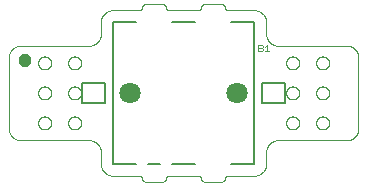
<source format=gto>
G75*
%MOIN*%
%OFA0B0*%
%FSLAX25Y25*%
%IPPOS*%
%LPD*%
%AMOC8*
5,1,8,0,0,1.08239X$1,22.5*
%
%ADD10C,0.00000*%
%ADD11C,0.03200*%
%ADD12C,0.07087*%
%ADD13C,0.00500*%
%ADD14C,0.00200*%
D10*
X0045791Y0032012D02*
X0045915Y0032010D01*
X0046038Y0032004D01*
X0046162Y0031995D01*
X0046284Y0031981D01*
X0046407Y0031964D01*
X0046529Y0031942D01*
X0046650Y0031917D01*
X0046770Y0031888D01*
X0046889Y0031856D01*
X0047008Y0031819D01*
X0047125Y0031779D01*
X0047240Y0031736D01*
X0047355Y0031688D01*
X0047467Y0031637D01*
X0047578Y0031583D01*
X0047688Y0031525D01*
X0047795Y0031464D01*
X0047901Y0031399D01*
X0048004Y0031331D01*
X0048105Y0031260D01*
X0048204Y0031186D01*
X0048301Y0031109D01*
X0048395Y0031028D01*
X0048486Y0030945D01*
X0048575Y0030859D01*
X0048661Y0030770D01*
X0048744Y0030679D01*
X0048825Y0030585D01*
X0048902Y0030488D01*
X0048976Y0030389D01*
X0049047Y0030288D01*
X0049115Y0030185D01*
X0049180Y0030079D01*
X0049241Y0029972D01*
X0049299Y0029862D01*
X0049353Y0029751D01*
X0049404Y0029639D01*
X0049452Y0029524D01*
X0049495Y0029409D01*
X0049535Y0029292D01*
X0049572Y0029173D01*
X0049604Y0029054D01*
X0049633Y0028934D01*
X0049658Y0028813D01*
X0049680Y0028691D01*
X0049697Y0028568D01*
X0049711Y0028446D01*
X0049720Y0028322D01*
X0049726Y0028199D01*
X0049728Y0028075D01*
X0049728Y0024138D01*
X0049730Y0024014D01*
X0049736Y0023891D01*
X0049745Y0023767D01*
X0049759Y0023645D01*
X0049776Y0023522D01*
X0049798Y0023400D01*
X0049823Y0023279D01*
X0049852Y0023159D01*
X0049884Y0023040D01*
X0049921Y0022921D01*
X0049961Y0022804D01*
X0050004Y0022689D01*
X0050052Y0022574D01*
X0050103Y0022462D01*
X0050157Y0022351D01*
X0050215Y0022241D01*
X0050276Y0022134D01*
X0050341Y0022028D01*
X0050409Y0021925D01*
X0050480Y0021824D01*
X0050554Y0021725D01*
X0050631Y0021628D01*
X0050712Y0021534D01*
X0050795Y0021443D01*
X0050881Y0021354D01*
X0050970Y0021268D01*
X0051061Y0021185D01*
X0051155Y0021104D01*
X0051252Y0021027D01*
X0051351Y0020953D01*
X0051452Y0020882D01*
X0051555Y0020814D01*
X0051661Y0020749D01*
X0051768Y0020688D01*
X0051878Y0020630D01*
X0051989Y0020576D01*
X0052101Y0020525D01*
X0052216Y0020477D01*
X0052331Y0020434D01*
X0052448Y0020394D01*
X0052567Y0020357D01*
X0052686Y0020325D01*
X0052806Y0020296D01*
X0052927Y0020271D01*
X0053049Y0020249D01*
X0053172Y0020232D01*
X0053294Y0020218D01*
X0053418Y0020209D01*
X0053541Y0020203D01*
X0053665Y0020201D01*
X0062524Y0020201D01*
X0062586Y0020199D01*
X0062647Y0020193D01*
X0062708Y0020184D01*
X0062769Y0020170D01*
X0062828Y0020153D01*
X0062886Y0020132D01*
X0062943Y0020107D01*
X0062998Y0020079D01*
X0063051Y0020048D01*
X0063102Y0020013D01*
X0063151Y0019975D01*
X0063198Y0019934D01*
X0063241Y0019891D01*
X0063282Y0019844D01*
X0063320Y0019795D01*
X0063355Y0019744D01*
X0063386Y0019691D01*
X0063414Y0019636D01*
X0063439Y0019579D01*
X0063460Y0019521D01*
X0063477Y0019462D01*
X0063491Y0019401D01*
X0063500Y0019340D01*
X0063506Y0019279D01*
X0063508Y0019217D01*
X0063510Y0019155D01*
X0063516Y0019094D01*
X0063525Y0019033D01*
X0063539Y0018972D01*
X0063556Y0018913D01*
X0063577Y0018855D01*
X0063602Y0018798D01*
X0063630Y0018743D01*
X0063661Y0018690D01*
X0063696Y0018639D01*
X0063734Y0018590D01*
X0063775Y0018543D01*
X0063818Y0018500D01*
X0063865Y0018459D01*
X0063914Y0018421D01*
X0063965Y0018386D01*
X0064018Y0018355D01*
X0064073Y0018327D01*
X0064130Y0018302D01*
X0064188Y0018281D01*
X0064247Y0018264D01*
X0064308Y0018250D01*
X0064369Y0018241D01*
X0064430Y0018235D01*
X0064492Y0018233D01*
X0064492Y0018232D02*
X0070398Y0018232D01*
X0070398Y0018233D02*
X0070460Y0018235D01*
X0070521Y0018241D01*
X0070582Y0018250D01*
X0070643Y0018264D01*
X0070702Y0018281D01*
X0070760Y0018302D01*
X0070817Y0018327D01*
X0070872Y0018355D01*
X0070925Y0018386D01*
X0070976Y0018421D01*
X0071025Y0018459D01*
X0071072Y0018500D01*
X0071115Y0018543D01*
X0071156Y0018590D01*
X0071194Y0018639D01*
X0071229Y0018690D01*
X0071260Y0018743D01*
X0071288Y0018798D01*
X0071313Y0018855D01*
X0071334Y0018913D01*
X0071351Y0018972D01*
X0071365Y0019033D01*
X0071374Y0019094D01*
X0071380Y0019155D01*
X0071382Y0019217D01*
X0071384Y0019279D01*
X0071390Y0019340D01*
X0071399Y0019401D01*
X0071413Y0019462D01*
X0071430Y0019521D01*
X0071451Y0019579D01*
X0071476Y0019636D01*
X0071504Y0019691D01*
X0071535Y0019744D01*
X0071570Y0019795D01*
X0071608Y0019844D01*
X0071649Y0019891D01*
X0071692Y0019934D01*
X0071739Y0019975D01*
X0071788Y0020013D01*
X0071839Y0020048D01*
X0071892Y0020079D01*
X0071947Y0020107D01*
X0072004Y0020132D01*
X0072062Y0020153D01*
X0072121Y0020170D01*
X0072182Y0020184D01*
X0072243Y0020193D01*
X0072304Y0020199D01*
X0072366Y0020201D01*
X0082209Y0020201D01*
X0082271Y0020199D01*
X0082332Y0020193D01*
X0082393Y0020184D01*
X0082454Y0020170D01*
X0082513Y0020153D01*
X0082571Y0020132D01*
X0082628Y0020107D01*
X0082683Y0020079D01*
X0082736Y0020048D01*
X0082787Y0020013D01*
X0082836Y0019975D01*
X0082883Y0019934D01*
X0082926Y0019891D01*
X0082967Y0019844D01*
X0083005Y0019795D01*
X0083040Y0019744D01*
X0083071Y0019691D01*
X0083099Y0019636D01*
X0083124Y0019579D01*
X0083145Y0019521D01*
X0083162Y0019462D01*
X0083176Y0019401D01*
X0083185Y0019340D01*
X0083191Y0019279D01*
X0083193Y0019217D01*
X0083195Y0019155D01*
X0083201Y0019094D01*
X0083210Y0019033D01*
X0083224Y0018972D01*
X0083241Y0018913D01*
X0083262Y0018855D01*
X0083287Y0018798D01*
X0083315Y0018743D01*
X0083346Y0018690D01*
X0083381Y0018639D01*
X0083419Y0018590D01*
X0083460Y0018543D01*
X0083503Y0018500D01*
X0083550Y0018459D01*
X0083599Y0018421D01*
X0083650Y0018386D01*
X0083703Y0018355D01*
X0083758Y0018327D01*
X0083815Y0018302D01*
X0083873Y0018281D01*
X0083932Y0018264D01*
X0083993Y0018250D01*
X0084054Y0018241D01*
X0084115Y0018235D01*
X0084177Y0018233D01*
X0084177Y0018232D02*
X0090083Y0018232D01*
X0090083Y0018233D02*
X0090145Y0018235D01*
X0090206Y0018241D01*
X0090267Y0018250D01*
X0090328Y0018264D01*
X0090387Y0018281D01*
X0090445Y0018302D01*
X0090502Y0018327D01*
X0090557Y0018355D01*
X0090610Y0018386D01*
X0090661Y0018421D01*
X0090710Y0018459D01*
X0090757Y0018500D01*
X0090800Y0018543D01*
X0090841Y0018590D01*
X0090879Y0018639D01*
X0090914Y0018690D01*
X0090945Y0018743D01*
X0090973Y0018798D01*
X0090998Y0018855D01*
X0091019Y0018913D01*
X0091036Y0018972D01*
X0091050Y0019033D01*
X0091059Y0019094D01*
X0091065Y0019155D01*
X0091067Y0019217D01*
X0091069Y0019279D01*
X0091075Y0019340D01*
X0091084Y0019401D01*
X0091098Y0019462D01*
X0091115Y0019521D01*
X0091136Y0019579D01*
X0091161Y0019636D01*
X0091189Y0019691D01*
X0091220Y0019744D01*
X0091255Y0019795D01*
X0091293Y0019844D01*
X0091334Y0019891D01*
X0091377Y0019934D01*
X0091424Y0019975D01*
X0091473Y0020013D01*
X0091524Y0020048D01*
X0091577Y0020079D01*
X0091632Y0020107D01*
X0091689Y0020132D01*
X0091747Y0020153D01*
X0091806Y0020170D01*
X0091867Y0020184D01*
X0091928Y0020193D01*
X0091989Y0020199D01*
X0092051Y0020201D01*
X0100909Y0020201D01*
X0101033Y0020203D01*
X0101156Y0020209D01*
X0101280Y0020218D01*
X0101402Y0020232D01*
X0101525Y0020249D01*
X0101647Y0020271D01*
X0101768Y0020296D01*
X0101888Y0020325D01*
X0102007Y0020357D01*
X0102126Y0020394D01*
X0102243Y0020434D01*
X0102358Y0020477D01*
X0102473Y0020525D01*
X0102585Y0020576D01*
X0102696Y0020630D01*
X0102806Y0020688D01*
X0102913Y0020749D01*
X0103019Y0020814D01*
X0103122Y0020882D01*
X0103223Y0020953D01*
X0103322Y0021027D01*
X0103419Y0021104D01*
X0103513Y0021185D01*
X0103604Y0021268D01*
X0103693Y0021354D01*
X0103779Y0021443D01*
X0103862Y0021534D01*
X0103943Y0021628D01*
X0104020Y0021725D01*
X0104094Y0021824D01*
X0104165Y0021925D01*
X0104233Y0022028D01*
X0104298Y0022134D01*
X0104359Y0022241D01*
X0104417Y0022351D01*
X0104471Y0022462D01*
X0104522Y0022574D01*
X0104570Y0022689D01*
X0104613Y0022804D01*
X0104653Y0022921D01*
X0104690Y0023040D01*
X0104722Y0023159D01*
X0104751Y0023279D01*
X0104776Y0023400D01*
X0104798Y0023522D01*
X0104815Y0023645D01*
X0104829Y0023767D01*
X0104838Y0023891D01*
X0104844Y0024014D01*
X0104846Y0024138D01*
X0104846Y0028075D01*
X0104848Y0028199D01*
X0104854Y0028322D01*
X0104863Y0028446D01*
X0104877Y0028568D01*
X0104894Y0028691D01*
X0104916Y0028813D01*
X0104941Y0028934D01*
X0104970Y0029054D01*
X0105002Y0029173D01*
X0105039Y0029292D01*
X0105079Y0029409D01*
X0105122Y0029524D01*
X0105170Y0029639D01*
X0105221Y0029751D01*
X0105275Y0029862D01*
X0105333Y0029972D01*
X0105394Y0030079D01*
X0105459Y0030185D01*
X0105527Y0030288D01*
X0105598Y0030389D01*
X0105672Y0030488D01*
X0105749Y0030585D01*
X0105830Y0030679D01*
X0105913Y0030770D01*
X0105999Y0030859D01*
X0106088Y0030945D01*
X0106179Y0031028D01*
X0106273Y0031109D01*
X0106370Y0031186D01*
X0106469Y0031260D01*
X0106570Y0031331D01*
X0106673Y0031399D01*
X0106779Y0031464D01*
X0106886Y0031525D01*
X0106996Y0031583D01*
X0107107Y0031637D01*
X0107219Y0031688D01*
X0107334Y0031736D01*
X0107449Y0031779D01*
X0107566Y0031819D01*
X0107685Y0031856D01*
X0107804Y0031888D01*
X0107924Y0031917D01*
X0108045Y0031942D01*
X0108167Y0031964D01*
X0108290Y0031981D01*
X0108412Y0031995D01*
X0108536Y0032004D01*
X0108659Y0032010D01*
X0108783Y0032012D01*
X0131618Y0032012D01*
X0131742Y0032014D01*
X0131865Y0032020D01*
X0131989Y0032029D01*
X0132111Y0032043D01*
X0132234Y0032060D01*
X0132356Y0032082D01*
X0132477Y0032107D01*
X0132597Y0032136D01*
X0132716Y0032168D01*
X0132835Y0032205D01*
X0132952Y0032245D01*
X0133067Y0032288D01*
X0133182Y0032336D01*
X0133294Y0032387D01*
X0133405Y0032441D01*
X0133515Y0032499D01*
X0133622Y0032560D01*
X0133728Y0032625D01*
X0133831Y0032693D01*
X0133932Y0032764D01*
X0134031Y0032838D01*
X0134128Y0032915D01*
X0134222Y0032996D01*
X0134313Y0033079D01*
X0134402Y0033165D01*
X0134488Y0033254D01*
X0134571Y0033345D01*
X0134652Y0033439D01*
X0134729Y0033536D01*
X0134803Y0033635D01*
X0134874Y0033736D01*
X0134942Y0033839D01*
X0135007Y0033945D01*
X0135068Y0034052D01*
X0135126Y0034162D01*
X0135180Y0034273D01*
X0135231Y0034385D01*
X0135279Y0034500D01*
X0135322Y0034615D01*
X0135362Y0034732D01*
X0135399Y0034851D01*
X0135431Y0034970D01*
X0135460Y0035090D01*
X0135485Y0035211D01*
X0135507Y0035333D01*
X0135524Y0035456D01*
X0135538Y0035578D01*
X0135547Y0035702D01*
X0135553Y0035825D01*
X0135555Y0035949D01*
X0135555Y0059571D01*
X0135553Y0059695D01*
X0135547Y0059818D01*
X0135538Y0059942D01*
X0135524Y0060064D01*
X0135507Y0060187D01*
X0135485Y0060309D01*
X0135460Y0060430D01*
X0135431Y0060550D01*
X0135399Y0060669D01*
X0135362Y0060788D01*
X0135322Y0060905D01*
X0135279Y0061020D01*
X0135231Y0061135D01*
X0135180Y0061247D01*
X0135126Y0061358D01*
X0135068Y0061468D01*
X0135007Y0061575D01*
X0134942Y0061681D01*
X0134874Y0061784D01*
X0134803Y0061885D01*
X0134729Y0061984D01*
X0134652Y0062081D01*
X0134571Y0062175D01*
X0134488Y0062266D01*
X0134402Y0062355D01*
X0134313Y0062441D01*
X0134222Y0062524D01*
X0134128Y0062605D01*
X0134031Y0062682D01*
X0133932Y0062756D01*
X0133831Y0062827D01*
X0133728Y0062895D01*
X0133622Y0062960D01*
X0133515Y0063021D01*
X0133405Y0063079D01*
X0133294Y0063133D01*
X0133182Y0063184D01*
X0133067Y0063232D01*
X0132952Y0063275D01*
X0132835Y0063315D01*
X0132716Y0063352D01*
X0132597Y0063384D01*
X0132477Y0063413D01*
X0132356Y0063438D01*
X0132234Y0063460D01*
X0132111Y0063477D01*
X0131989Y0063491D01*
X0131865Y0063500D01*
X0131742Y0063506D01*
X0131618Y0063508D01*
X0108783Y0063508D01*
X0108659Y0063510D01*
X0108536Y0063516D01*
X0108412Y0063525D01*
X0108290Y0063539D01*
X0108167Y0063556D01*
X0108045Y0063578D01*
X0107924Y0063603D01*
X0107804Y0063632D01*
X0107685Y0063664D01*
X0107566Y0063701D01*
X0107449Y0063741D01*
X0107334Y0063784D01*
X0107219Y0063832D01*
X0107107Y0063883D01*
X0106996Y0063937D01*
X0106886Y0063995D01*
X0106779Y0064056D01*
X0106673Y0064121D01*
X0106570Y0064189D01*
X0106469Y0064260D01*
X0106370Y0064334D01*
X0106273Y0064411D01*
X0106179Y0064492D01*
X0106088Y0064575D01*
X0105999Y0064661D01*
X0105913Y0064750D01*
X0105830Y0064841D01*
X0105749Y0064935D01*
X0105672Y0065032D01*
X0105598Y0065131D01*
X0105527Y0065232D01*
X0105459Y0065335D01*
X0105394Y0065441D01*
X0105333Y0065548D01*
X0105275Y0065658D01*
X0105221Y0065769D01*
X0105170Y0065881D01*
X0105122Y0065996D01*
X0105079Y0066111D01*
X0105039Y0066228D01*
X0105002Y0066347D01*
X0104970Y0066466D01*
X0104941Y0066586D01*
X0104916Y0066707D01*
X0104894Y0066829D01*
X0104877Y0066952D01*
X0104863Y0067074D01*
X0104854Y0067198D01*
X0104848Y0067321D01*
X0104846Y0067445D01*
X0104846Y0071382D01*
X0104844Y0071506D01*
X0104838Y0071629D01*
X0104829Y0071753D01*
X0104815Y0071875D01*
X0104798Y0071998D01*
X0104776Y0072120D01*
X0104751Y0072241D01*
X0104722Y0072361D01*
X0104690Y0072480D01*
X0104653Y0072599D01*
X0104613Y0072716D01*
X0104570Y0072831D01*
X0104522Y0072946D01*
X0104471Y0073058D01*
X0104417Y0073169D01*
X0104359Y0073279D01*
X0104298Y0073386D01*
X0104233Y0073492D01*
X0104165Y0073595D01*
X0104094Y0073696D01*
X0104020Y0073795D01*
X0103943Y0073892D01*
X0103862Y0073986D01*
X0103779Y0074077D01*
X0103693Y0074166D01*
X0103604Y0074252D01*
X0103513Y0074335D01*
X0103419Y0074416D01*
X0103322Y0074493D01*
X0103223Y0074567D01*
X0103122Y0074638D01*
X0103019Y0074706D01*
X0102913Y0074771D01*
X0102806Y0074832D01*
X0102696Y0074890D01*
X0102585Y0074944D01*
X0102473Y0074995D01*
X0102358Y0075043D01*
X0102243Y0075086D01*
X0102126Y0075126D01*
X0102007Y0075163D01*
X0101888Y0075195D01*
X0101768Y0075224D01*
X0101647Y0075249D01*
X0101525Y0075271D01*
X0101402Y0075288D01*
X0101280Y0075302D01*
X0101156Y0075311D01*
X0101033Y0075317D01*
X0100909Y0075319D01*
X0092051Y0075319D01*
X0091989Y0075321D01*
X0091928Y0075327D01*
X0091867Y0075336D01*
X0091806Y0075350D01*
X0091747Y0075367D01*
X0091689Y0075388D01*
X0091632Y0075413D01*
X0091577Y0075441D01*
X0091524Y0075472D01*
X0091473Y0075507D01*
X0091424Y0075545D01*
X0091377Y0075586D01*
X0091334Y0075629D01*
X0091293Y0075676D01*
X0091255Y0075725D01*
X0091220Y0075776D01*
X0091189Y0075829D01*
X0091161Y0075884D01*
X0091136Y0075941D01*
X0091115Y0075999D01*
X0091098Y0076058D01*
X0091084Y0076119D01*
X0091075Y0076180D01*
X0091069Y0076241D01*
X0091067Y0076303D01*
X0091065Y0076365D01*
X0091059Y0076426D01*
X0091050Y0076487D01*
X0091036Y0076548D01*
X0091019Y0076607D01*
X0090998Y0076665D01*
X0090973Y0076722D01*
X0090945Y0076777D01*
X0090914Y0076830D01*
X0090879Y0076881D01*
X0090841Y0076930D01*
X0090800Y0076977D01*
X0090757Y0077020D01*
X0090710Y0077061D01*
X0090661Y0077099D01*
X0090610Y0077134D01*
X0090557Y0077165D01*
X0090502Y0077193D01*
X0090445Y0077218D01*
X0090387Y0077239D01*
X0090328Y0077256D01*
X0090267Y0077270D01*
X0090206Y0077279D01*
X0090145Y0077285D01*
X0090083Y0077287D01*
X0084177Y0077287D01*
X0084115Y0077285D01*
X0084054Y0077279D01*
X0083993Y0077270D01*
X0083932Y0077256D01*
X0083873Y0077239D01*
X0083815Y0077218D01*
X0083758Y0077193D01*
X0083703Y0077165D01*
X0083650Y0077134D01*
X0083599Y0077099D01*
X0083550Y0077061D01*
X0083503Y0077020D01*
X0083460Y0076977D01*
X0083419Y0076930D01*
X0083381Y0076881D01*
X0083346Y0076830D01*
X0083315Y0076777D01*
X0083287Y0076722D01*
X0083262Y0076665D01*
X0083241Y0076607D01*
X0083224Y0076548D01*
X0083210Y0076487D01*
X0083201Y0076426D01*
X0083195Y0076365D01*
X0083193Y0076303D01*
X0083191Y0076241D01*
X0083185Y0076180D01*
X0083176Y0076119D01*
X0083162Y0076058D01*
X0083145Y0075999D01*
X0083124Y0075941D01*
X0083099Y0075884D01*
X0083071Y0075829D01*
X0083040Y0075776D01*
X0083005Y0075725D01*
X0082967Y0075676D01*
X0082926Y0075629D01*
X0082883Y0075586D01*
X0082836Y0075545D01*
X0082787Y0075507D01*
X0082736Y0075472D01*
X0082683Y0075441D01*
X0082628Y0075413D01*
X0082571Y0075388D01*
X0082513Y0075367D01*
X0082454Y0075350D01*
X0082393Y0075336D01*
X0082332Y0075327D01*
X0082271Y0075321D01*
X0082209Y0075319D01*
X0072366Y0075319D01*
X0072304Y0075321D01*
X0072243Y0075327D01*
X0072182Y0075336D01*
X0072121Y0075350D01*
X0072062Y0075367D01*
X0072004Y0075388D01*
X0071947Y0075413D01*
X0071892Y0075441D01*
X0071839Y0075472D01*
X0071788Y0075507D01*
X0071739Y0075545D01*
X0071692Y0075586D01*
X0071649Y0075629D01*
X0071608Y0075676D01*
X0071570Y0075725D01*
X0071535Y0075776D01*
X0071504Y0075829D01*
X0071476Y0075884D01*
X0071451Y0075941D01*
X0071430Y0075999D01*
X0071413Y0076058D01*
X0071399Y0076119D01*
X0071390Y0076180D01*
X0071384Y0076241D01*
X0071382Y0076303D01*
X0071380Y0076365D01*
X0071374Y0076426D01*
X0071365Y0076487D01*
X0071351Y0076548D01*
X0071334Y0076607D01*
X0071313Y0076665D01*
X0071288Y0076722D01*
X0071260Y0076777D01*
X0071229Y0076830D01*
X0071194Y0076881D01*
X0071156Y0076930D01*
X0071115Y0076977D01*
X0071072Y0077020D01*
X0071025Y0077061D01*
X0070976Y0077099D01*
X0070925Y0077134D01*
X0070872Y0077165D01*
X0070817Y0077193D01*
X0070760Y0077218D01*
X0070702Y0077239D01*
X0070643Y0077256D01*
X0070582Y0077270D01*
X0070521Y0077279D01*
X0070460Y0077285D01*
X0070398Y0077287D01*
X0064492Y0077287D01*
X0064430Y0077285D01*
X0064369Y0077279D01*
X0064308Y0077270D01*
X0064247Y0077256D01*
X0064188Y0077239D01*
X0064130Y0077218D01*
X0064073Y0077193D01*
X0064018Y0077165D01*
X0063965Y0077134D01*
X0063914Y0077099D01*
X0063865Y0077061D01*
X0063818Y0077020D01*
X0063775Y0076977D01*
X0063734Y0076930D01*
X0063696Y0076881D01*
X0063661Y0076830D01*
X0063630Y0076777D01*
X0063602Y0076722D01*
X0063577Y0076665D01*
X0063556Y0076607D01*
X0063539Y0076548D01*
X0063525Y0076487D01*
X0063516Y0076426D01*
X0063510Y0076365D01*
X0063508Y0076303D01*
X0063506Y0076241D01*
X0063500Y0076180D01*
X0063491Y0076119D01*
X0063477Y0076058D01*
X0063460Y0075999D01*
X0063439Y0075941D01*
X0063414Y0075884D01*
X0063386Y0075829D01*
X0063355Y0075776D01*
X0063320Y0075725D01*
X0063282Y0075676D01*
X0063241Y0075629D01*
X0063198Y0075586D01*
X0063151Y0075545D01*
X0063102Y0075507D01*
X0063051Y0075472D01*
X0062998Y0075441D01*
X0062943Y0075413D01*
X0062886Y0075388D01*
X0062828Y0075367D01*
X0062769Y0075350D01*
X0062708Y0075336D01*
X0062647Y0075327D01*
X0062586Y0075321D01*
X0062524Y0075319D01*
X0053665Y0075319D01*
X0053541Y0075317D01*
X0053418Y0075311D01*
X0053294Y0075302D01*
X0053172Y0075288D01*
X0053049Y0075271D01*
X0052927Y0075249D01*
X0052806Y0075224D01*
X0052686Y0075195D01*
X0052567Y0075163D01*
X0052448Y0075126D01*
X0052331Y0075086D01*
X0052216Y0075043D01*
X0052101Y0074995D01*
X0051989Y0074944D01*
X0051878Y0074890D01*
X0051768Y0074832D01*
X0051661Y0074771D01*
X0051555Y0074706D01*
X0051452Y0074638D01*
X0051351Y0074567D01*
X0051252Y0074493D01*
X0051155Y0074416D01*
X0051061Y0074335D01*
X0050970Y0074252D01*
X0050881Y0074166D01*
X0050795Y0074077D01*
X0050712Y0073986D01*
X0050631Y0073892D01*
X0050554Y0073795D01*
X0050480Y0073696D01*
X0050409Y0073595D01*
X0050341Y0073492D01*
X0050276Y0073386D01*
X0050215Y0073279D01*
X0050157Y0073169D01*
X0050103Y0073058D01*
X0050052Y0072946D01*
X0050004Y0072831D01*
X0049961Y0072716D01*
X0049921Y0072599D01*
X0049884Y0072480D01*
X0049852Y0072361D01*
X0049823Y0072241D01*
X0049798Y0072120D01*
X0049776Y0071998D01*
X0049759Y0071875D01*
X0049745Y0071753D01*
X0049736Y0071629D01*
X0049730Y0071506D01*
X0049728Y0071382D01*
X0049728Y0067445D01*
X0049726Y0067321D01*
X0049720Y0067198D01*
X0049711Y0067074D01*
X0049697Y0066952D01*
X0049680Y0066829D01*
X0049658Y0066707D01*
X0049633Y0066586D01*
X0049604Y0066466D01*
X0049572Y0066347D01*
X0049535Y0066228D01*
X0049495Y0066111D01*
X0049452Y0065996D01*
X0049404Y0065881D01*
X0049353Y0065769D01*
X0049299Y0065658D01*
X0049241Y0065548D01*
X0049180Y0065441D01*
X0049115Y0065335D01*
X0049047Y0065232D01*
X0048976Y0065131D01*
X0048902Y0065032D01*
X0048825Y0064935D01*
X0048744Y0064841D01*
X0048661Y0064750D01*
X0048575Y0064661D01*
X0048486Y0064575D01*
X0048395Y0064492D01*
X0048301Y0064411D01*
X0048204Y0064334D01*
X0048105Y0064260D01*
X0048004Y0064189D01*
X0047901Y0064121D01*
X0047795Y0064056D01*
X0047688Y0063995D01*
X0047578Y0063937D01*
X0047467Y0063883D01*
X0047355Y0063832D01*
X0047240Y0063784D01*
X0047125Y0063741D01*
X0047008Y0063701D01*
X0046889Y0063664D01*
X0046770Y0063632D01*
X0046650Y0063603D01*
X0046529Y0063578D01*
X0046407Y0063556D01*
X0046284Y0063539D01*
X0046162Y0063525D01*
X0046038Y0063516D01*
X0045915Y0063510D01*
X0045791Y0063508D01*
X0022957Y0063508D01*
X0022833Y0063506D01*
X0022710Y0063500D01*
X0022586Y0063491D01*
X0022464Y0063477D01*
X0022341Y0063460D01*
X0022219Y0063438D01*
X0022098Y0063413D01*
X0021978Y0063384D01*
X0021859Y0063352D01*
X0021740Y0063315D01*
X0021623Y0063275D01*
X0021508Y0063232D01*
X0021393Y0063184D01*
X0021281Y0063133D01*
X0021170Y0063079D01*
X0021060Y0063021D01*
X0020953Y0062960D01*
X0020847Y0062895D01*
X0020744Y0062827D01*
X0020643Y0062756D01*
X0020544Y0062682D01*
X0020447Y0062605D01*
X0020353Y0062524D01*
X0020262Y0062441D01*
X0020173Y0062355D01*
X0020087Y0062266D01*
X0020004Y0062175D01*
X0019923Y0062081D01*
X0019846Y0061984D01*
X0019772Y0061885D01*
X0019701Y0061784D01*
X0019633Y0061681D01*
X0019568Y0061575D01*
X0019507Y0061468D01*
X0019449Y0061358D01*
X0019395Y0061247D01*
X0019344Y0061135D01*
X0019296Y0061020D01*
X0019253Y0060905D01*
X0019213Y0060788D01*
X0019176Y0060669D01*
X0019144Y0060550D01*
X0019115Y0060430D01*
X0019090Y0060309D01*
X0019068Y0060187D01*
X0019051Y0060064D01*
X0019037Y0059942D01*
X0019028Y0059818D01*
X0019022Y0059695D01*
X0019020Y0059571D01*
X0019020Y0035949D01*
X0019022Y0035825D01*
X0019028Y0035702D01*
X0019037Y0035578D01*
X0019051Y0035456D01*
X0019068Y0035333D01*
X0019090Y0035211D01*
X0019115Y0035090D01*
X0019144Y0034970D01*
X0019176Y0034851D01*
X0019213Y0034732D01*
X0019253Y0034615D01*
X0019296Y0034500D01*
X0019344Y0034385D01*
X0019395Y0034273D01*
X0019449Y0034162D01*
X0019507Y0034052D01*
X0019568Y0033945D01*
X0019633Y0033839D01*
X0019701Y0033736D01*
X0019772Y0033635D01*
X0019846Y0033536D01*
X0019923Y0033439D01*
X0020004Y0033345D01*
X0020087Y0033254D01*
X0020173Y0033165D01*
X0020262Y0033079D01*
X0020353Y0032996D01*
X0020447Y0032915D01*
X0020544Y0032838D01*
X0020643Y0032764D01*
X0020744Y0032693D01*
X0020847Y0032625D01*
X0020953Y0032560D01*
X0021060Y0032499D01*
X0021170Y0032441D01*
X0021281Y0032387D01*
X0021393Y0032336D01*
X0021508Y0032288D01*
X0021623Y0032245D01*
X0021740Y0032205D01*
X0021859Y0032168D01*
X0021978Y0032136D01*
X0022098Y0032107D01*
X0022219Y0032082D01*
X0022341Y0032060D01*
X0022464Y0032043D01*
X0022586Y0032029D01*
X0022710Y0032020D01*
X0022833Y0032014D01*
X0022957Y0032012D01*
X0045791Y0032012D01*
X0038784Y0037760D02*
X0038786Y0037853D01*
X0038792Y0037945D01*
X0038802Y0038037D01*
X0038816Y0038128D01*
X0038833Y0038219D01*
X0038855Y0038309D01*
X0038880Y0038398D01*
X0038909Y0038486D01*
X0038942Y0038572D01*
X0038979Y0038657D01*
X0039019Y0038741D01*
X0039063Y0038822D01*
X0039110Y0038902D01*
X0039160Y0038980D01*
X0039214Y0039055D01*
X0039271Y0039128D01*
X0039331Y0039198D01*
X0039394Y0039266D01*
X0039460Y0039331D01*
X0039528Y0039393D01*
X0039599Y0039453D01*
X0039673Y0039509D01*
X0039749Y0039562D01*
X0039827Y0039611D01*
X0039907Y0039658D01*
X0039989Y0039700D01*
X0040073Y0039740D01*
X0040158Y0039775D01*
X0040245Y0039807D01*
X0040333Y0039836D01*
X0040422Y0039860D01*
X0040512Y0039881D01*
X0040603Y0039897D01*
X0040695Y0039910D01*
X0040787Y0039919D01*
X0040880Y0039924D01*
X0040972Y0039925D01*
X0041065Y0039922D01*
X0041157Y0039915D01*
X0041249Y0039904D01*
X0041340Y0039889D01*
X0041431Y0039871D01*
X0041521Y0039848D01*
X0041609Y0039822D01*
X0041697Y0039792D01*
X0041783Y0039758D01*
X0041867Y0039721D01*
X0041950Y0039679D01*
X0042031Y0039635D01*
X0042111Y0039587D01*
X0042188Y0039536D01*
X0042262Y0039481D01*
X0042335Y0039423D01*
X0042405Y0039363D01*
X0042472Y0039299D01*
X0042536Y0039233D01*
X0042598Y0039163D01*
X0042656Y0039092D01*
X0042711Y0039018D01*
X0042763Y0038941D01*
X0042812Y0038862D01*
X0042858Y0038782D01*
X0042900Y0038699D01*
X0042938Y0038615D01*
X0042973Y0038529D01*
X0043004Y0038442D01*
X0043031Y0038354D01*
X0043054Y0038264D01*
X0043074Y0038174D01*
X0043090Y0038083D01*
X0043102Y0037991D01*
X0043110Y0037899D01*
X0043114Y0037806D01*
X0043114Y0037714D01*
X0043110Y0037621D01*
X0043102Y0037529D01*
X0043090Y0037437D01*
X0043074Y0037346D01*
X0043054Y0037256D01*
X0043031Y0037166D01*
X0043004Y0037078D01*
X0042973Y0036991D01*
X0042938Y0036905D01*
X0042900Y0036821D01*
X0042858Y0036738D01*
X0042812Y0036658D01*
X0042763Y0036579D01*
X0042711Y0036502D01*
X0042656Y0036428D01*
X0042598Y0036357D01*
X0042536Y0036287D01*
X0042472Y0036221D01*
X0042405Y0036157D01*
X0042335Y0036097D01*
X0042262Y0036039D01*
X0042188Y0035984D01*
X0042111Y0035933D01*
X0042032Y0035885D01*
X0041950Y0035841D01*
X0041867Y0035799D01*
X0041783Y0035762D01*
X0041697Y0035728D01*
X0041609Y0035698D01*
X0041521Y0035672D01*
X0041431Y0035649D01*
X0041340Y0035631D01*
X0041249Y0035616D01*
X0041157Y0035605D01*
X0041065Y0035598D01*
X0040972Y0035595D01*
X0040880Y0035596D01*
X0040787Y0035601D01*
X0040695Y0035610D01*
X0040603Y0035623D01*
X0040512Y0035639D01*
X0040422Y0035660D01*
X0040333Y0035684D01*
X0040245Y0035713D01*
X0040158Y0035745D01*
X0040073Y0035780D01*
X0039989Y0035820D01*
X0039907Y0035862D01*
X0039827Y0035909D01*
X0039749Y0035958D01*
X0039673Y0036011D01*
X0039599Y0036067D01*
X0039528Y0036127D01*
X0039460Y0036189D01*
X0039394Y0036254D01*
X0039331Y0036322D01*
X0039271Y0036392D01*
X0039214Y0036465D01*
X0039160Y0036540D01*
X0039110Y0036618D01*
X0039063Y0036698D01*
X0039019Y0036779D01*
X0038979Y0036863D01*
X0038942Y0036948D01*
X0038909Y0037034D01*
X0038880Y0037122D01*
X0038855Y0037211D01*
X0038833Y0037301D01*
X0038816Y0037392D01*
X0038802Y0037483D01*
X0038792Y0037575D01*
X0038786Y0037667D01*
X0038784Y0037760D01*
X0028784Y0037760D02*
X0028786Y0037853D01*
X0028792Y0037945D01*
X0028802Y0038037D01*
X0028816Y0038128D01*
X0028833Y0038219D01*
X0028855Y0038309D01*
X0028880Y0038398D01*
X0028909Y0038486D01*
X0028942Y0038572D01*
X0028979Y0038657D01*
X0029019Y0038741D01*
X0029063Y0038822D01*
X0029110Y0038902D01*
X0029160Y0038980D01*
X0029214Y0039055D01*
X0029271Y0039128D01*
X0029331Y0039198D01*
X0029394Y0039266D01*
X0029460Y0039331D01*
X0029528Y0039393D01*
X0029599Y0039453D01*
X0029673Y0039509D01*
X0029749Y0039562D01*
X0029827Y0039611D01*
X0029907Y0039658D01*
X0029989Y0039700D01*
X0030073Y0039740D01*
X0030158Y0039775D01*
X0030245Y0039807D01*
X0030333Y0039836D01*
X0030422Y0039860D01*
X0030512Y0039881D01*
X0030603Y0039897D01*
X0030695Y0039910D01*
X0030787Y0039919D01*
X0030880Y0039924D01*
X0030972Y0039925D01*
X0031065Y0039922D01*
X0031157Y0039915D01*
X0031249Y0039904D01*
X0031340Y0039889D01*
X0031431Y0039871D01*
X0031521Y0039848D01*
X0031609Y0039822D01*
X0031697Y0039792D01*
X0031783Y0039758D01*
X0031867Y0039721D01*
X0031950Y0039679D01*
X0032031Y0039635D01*
X0032111Y0039587D01*
X0032188Y0039536D01*
X0032262Y0039481D01*
X0032335Y0039423D01*
X0032405Y0039363D01*
X0032472Y0039299D01*
X0032536Y0039233D01*
X0032598Y0039163D01*
X0032656Y0039092D01*
X0032711Y0039018D01*
X0032763Y0038941D01*
X0032812Y0038862D01*
X0032858Y0038782D01*
X0032900Y0038699D01*
X0032938Y0038615D01*
X0032973Y0038529D01*
X0033004Y0038442D01*
X0033031Y0038354D01*
X0033054Y0038264D01*
X0033074Y0038174D01*
X0033090Y0038083D01*
X0033102Y0037991D01*
X0033110Y0037899D01*
X0033114Y0037806D01*
X0033114Y0037714D01*
X0033110Y0037621D01*
X0033102Y0037529D01*
X0033090Y0037437D01*
X0033074Y0037346D01*
X0033054Y0037256D01*
X0033031Y0037166D01*
X0033004Y0037078D01*
X0032973Y0036991D01*
X0032938Y0036905D01*
X0032900Y0036821D01*
X0032858Y0036738D01*
X0032812Y0036658D01*
X0032763Y0036579D01*
X0032711Y0036502D01*
X0032656Y0036428D01*
X0032598Y0036357D01*
X0032536Y0036287D01*
X0032472Y0036221D01*
X0032405Y0036157D01*
X0032335Y0036097D01*
X0032262Y0036039D01*
X0032188Y0035984D01*
X0032111Y0035933D01*
X0032032Y0035885D01*
X0031950Y0035841D01*
X0031867Y0035799D01*
X0031783Y0035762D01*
X0031697Y0035728D01*
X0031609Y0035698D01*
X0031521Y0035672D01*
X0031431Y0035649D01*
X0031340Y0035631D01*
X0031249Y0035616D01*
X0031157Y0035605D01*
X0031065Y0035598D01*
X0030972Y0035595D01*
X0030880Y0035596D01*
X0030787Y0035601D01*
X0030695Y0035610D01*
X0030603Y0035623D01*
X0030512Y0035639D01*
X0030422Y0035660D01*
X0030333Y0035684D01*
X0030245Y0035713D01*
X0030158Y0035745D01*
X0030073Y0035780D01*
X0029989Y0035820D01*
X0029907Y0035862D01*
X0029827Y0035909D01*
X0029749Y0035958D01*
X0029673Y0036011D01*
X0029599Y0036067D01*
X0029528Y0036127D01*
X0029460Y0036189D01*
X0029394Y0036254D01*
X0029331Y0036322D01*
X0029271Y0036392D01*
X0029214Y0036465D01*
X0029160Y0036540D01*
X0029110Y0036618D01*
X0029063Y0036698D01*
X0029019Y0036779D01*
X0028979Y0036863D01*
X0028942Y0036948D01*
X0028909Y0037034D01*
X0028880Y0037122D01*
X0028855Y0037211D01*
X0028833Y0037301D01*
X0028816Y0037392D01*
X0028802Y0037483D01*
X0028792Y0037575D01*
X0028786Y0037667D01*
X0028784Y0037760D01*
X0028784Y0047760D02*
X0028786Y0047853D01*
X0028792Y0047945D01*
X0028802Y0048037D01*
X0028816Y0048128D01*
X0028833Y0048219D01*
X0028855Y0048309D01*
X0028880Y0048398D01*
X0028909Y0048486D01*
X0028942Y0048572D01*
X0028979Y0048657D01*
X0029019Y0048741D01*
X0029063Y0048822D01*
X0029110Y0048902D01*
X0029160Y0048980D01*
X0029214Y0049055D01*
X0029271Y0049128D01*
X0029331Y0049198D01*
X0029394Y0049266D01*
X0029460Y0049331D01*
X0029528Y0049393D01*
X0029599Y0049453D01*
X0029673Y0049509D01*
X0029749Y0049562D01*
X0029827Y0049611D01*
X0029907Y0049658D01*
X0029989Y0049700D01*
X0030073Y0049740D01*
X0030158Y0049775D01*
X0030245Y0049807D01*
X0030333Y0049836D01*
X0030422Y0049860D01*
X0030512Y0049881D01*
X0030603Y0049897D01*
X0030695Y0049910D01*
X0030787Y0049919D01*
X0030880Y0049924D01*
X0030972Y0049925D01*
X0031065Y0049922D01*
X0031157Y0049915D01*
X0031249Y0049904D01*
X0031340Y0049889D01*
X0031431Y0049871D01*
X0031521Y0049848D01*
X0031609Y0049822D01*
X0031697Y0049792D01*
X0031783Y0049758D01*
X0031867Y0049721D01*
X0031950Y0049679D01*
X0032031Y0049635D01*
X0032111Y0049587D01*
X0032188Y0049536D01*
X0032262Y0049481D01*
X0032335Y0049423D01*
X0032405Y0049363D01*
X0032472Y0049299D01*
X0032536Y0049233D01*
X0032598Y0049163D01*
X0032656Y0049092D01*
X0032711Y0049018D01*
X0032763Y0048941D01*
X0032812Y0048862D01*
X0032858Y0048782D01*
X0032900Y0048699D01*
X0032938Y0048615D01*
X0032973Y0048529D01*
X0033004Y0048442D01*
X0033031Y0048354D01*
X0033054Y0048264D01*
X0033074Y0048174D01*
X0033090Y0048083D01*
X0033102Y0047991D01*
X0033110Y0047899D01*
X0033114Y0047806D01*
X0033114Y0047714D01*
X0033110Y0047621D01*
X0033102Y0047529D01*
X0033090Y0047437D01*
X0033074Y0047346D01*
X0033054Y0047256D01*
X0033031Y0047166D01*
X0033004Y0047078D01*
X0032973Y0046991D01*
X0032938Y0046905D01*
X0032900Y0046821D01*
X0032858Y0046738D01*
X0032812Y0046658D01*
X0032763Y0046579D01*
X0032711Y0046502D01*
X0032656Y0046428D01*
X0032598Y0046357D01*
X0032536Y0046287D01*
X0032472Y0046221D01*
X0032405Y0046157D01*
X0032335Y0046097D01*
X0032262Y0046039D01*
X0032188Y0045984D01*
X0032111Y0045933D01*
X0032032Y0045885D01*
X0031950Y0045841D01*
X0031867Y0045799D01*
X0031783Y0045762D01*
X0031697Y0045728D01*
X0031609Y0045698D01*
X0031521Y0045672D01*
X0031431Y0045649D01*
X0031340Y0045631D01*
X0031249Y0045616D01*
X0031157Y0045605D01*
X0031065Y0045598D01*
X0030972Y0045595D01*
X0030880Y0045596D01*
X0030787Y0045601D01*
X0030695Y0045610D01*
X0030603Y0045623D01*
X0030512Y0045639D01*
X0030422Y0045660D01*
X0030333Y0045684D01*
X0030245Y0045713D01*
X0030158Y0045745D01*
X0030073Y0045780D01*
X0029989Y0045820D01*
X0029907Y0045862D01*
X0029827Y0045909D01*
X0029749Y0045958D01*
X0029673Y0046011D01*
X0029599Y0046067D01*
X0029528Y0046127D01*
X0029460Y0046189D01*
X0029394Y0046254D01*
X0029331Y0046322D01*
X0029271Y0046392D01*
X0029214Y0046465D01*
X0029160Y0046540D01*
X0029110Y0046618D01*
X0029063Y0046698D01*
X0029019Y0046779D01*
X0028979Y0046863D01*
X0028942Y0046948D01*
X0028909Y0047034D01*
X0028880Y0047122D01*
X0028855Y0047211D01*
X0028833Y0047301D01*
X0028816Y0047392D01*
X0028802Y0047483D01*
X0028792Y0047575D01*
X0028786Y0047667D01*
X0028784Y0047760D01*
X0038784Y0047760D02*
X0038786Y0047853D01*
X0038792Y0047945D01*
X0038802Y0048037D01*
X0038816Y0048128D01*
X0038833Y0048219D01*
X0038855Y0048309D01*
X0038880Y0048398D01*
X0038909Y0048486D01*
X0038942Y0048572D01*
X0038979Y0048657D01*
X0039019Y0048741D01*
X0039063Y0048822D01*
X0039110Y0048902D01*
X0039160Y0048980D01*
X0039214Y0049055D01*
X0039271Y0049128D01*
X0039331Y0049198D01*
X0039394Y0049266D01*
X0039460Y0049331D01*
X0039528Y0049393D01*
X0039599Y0049453D01*
X0039673Y0049509D01*
X0039749Y0049562D01*
X0039827Y0049611D01*
X0039907Y0049658D01*
X0039989Y0049700D01*
X0040073Y0049740D01*
X0040158Y0049775D01*
X0040245Y0049807D01*
X0040333Y0049836D01*
X0040422Y0049860D01*
X0040512Y0049881D01*
X0040603Y0049897D01*
X0040695Y0049910D01*
X0040787Y0049919D01*
X0040880Y0049924D01*
X0040972Y0049925D01*
X0041065Y0049922D01*
X0041157Y0049915D01*
X0041249Y0049904D01*
X0041340Y0049889D01*
X0041431Y0049871D01*
X0041521Y0049848D01*
X0041609Y0049822D01*
X0041697Y0049792D01*
X0041783Y0049758D01*
X0041867Y0049721D01*
X0041950Y0049679D01*
X0042031Y0049635D01*
X0042111Y0049587D01*
X0042188Y0049536D01*
X0042262Y0049481D01*
X0042335Y0049423D01*
X0042405Y0049363D01*
X0042472Y0049299D01*
X0042536Y0049233D01*
X0042598Y0049163D01*
X0042656Y0049092D01*
X0042711Y0049018D01*
X0042763Y0048941D01*
X0042812Y0048862D01*
X0042858Y0048782D01*
X0042900Y0048699D01*
X0042938Y0048615D01*
X0042973Y0048529D01*
X0043004Y0048442D01*
X0043031Y0048354D01*
X0043054Y0048264D01*
X0043074Y0048174D01*
X0043090Y0048083D01*
X0043102Y0047991D01*
X0043110Y0047899D01*
X0043114Y0047806D01*
X0043114Y0047714D01*
X0043110Y0047621D01*
X0043102Y0047529D01*
X0043090Y0047437D01*
X0043074Y0047346D01*
X0043054Y0047256D01*
X0043031Y0047166D01*
X0043004Y0047078D01*
X0042973Y0046991D01*
X0042938Y0046905D01*
X0042900Y0046821D01*
X0042858Y0046738D01*
X0042812Y0046658D01*
X0042763Y0046579D01*
X0042711Y0046502D01*
X0042656Y0046428D01*
X0042598Y0046357D01*
X0042536Y0046287D01*
X0042472Y0046221D01*
X0042405Y0046157D01*
X0042335Y0046097D01*
X0042262Y0046039D01*
X0042188Y0045984D01*
X0042111Y0045933D01*
X0042032Y0045885D01*
X0041950Y0045841D01*
X0041867Y0045799D01*
X0041783Y0045762D01*
X0041697Y0045728D01*
X0041609Y0045698D01*
X0041521Y0045672D01*
X0041431Y0045649D01*
X0041340Y0045631D01*
X0041249Y0045616D01*
X0041157Y0045605D01*
X0041065Y0045598D01*
X0040972Y0045595D01*
X0040880Y0045596D01*
X0040787Y0045601D01*
X0040695Y0045610D01*
X0040603Y0045623D01*
X0040512Y0045639D01*
X0040422Y0045660D01*
X0040333Y0045684D01*
X0040245Y0045713D01*
X0040158Y0045745D01*
X0040073Y0045780D01*
X0039989Y0045820D01*
X0039907Y0045862D01*
X0039827Y0045909D01*
X0039749Y0045958D01*
X0039673Y0046011D01*
X0039599Y0046067D01*
X0039528Y0046127D01*
X0039460Y0046189D01*
X0039394Y0046254D01*
X0039331Y0046322D01*
X0039271Y0046392D01*
X0039214Y0046465D01*
X0039160Y0046540D01*
X0039110Y0046618D01*
X0039063Y0046698D01*
X0039019Y0046779D01*
X0038979Y0046863D01*
X0038942Y0046948D01*
X0038909Y0047034D01*
X0038880Y0047122D01*
X0038855Y0047211D01*
X0038833Y0047301D01*
X0038816Y0047392D01*
X0038802Y0047483D01*
X0038792Y0047575D01*
X0038786Y0047667D01*
X0038784Y0047760D01*
X0038784Y0057760D02*
X0038786Y0057853D01*
X0038792Y0057945D01*
X0038802Y0058037D01*
X0038816Y0058128D01*
X0038833Y0058219D01*
X0038855Y0058309D01*
X0038880Y0058398D01*
X0038909Y0058486D01*
X0038942Y0058572D01*
X0038979Y0058657D01*
X0039019Y0058741D01*
X0039063Y0058822D01*
X0039110Y0058902D01*
X0039160Y0058980D01*
X0039214Y0059055D01*
X0039271Y0059128D01*
X0039331Y0059198D01*
X0039394Y0059266D01*
X0039460Y0059331D01*
X0039528Y0059393D01*
X0039599Y0059453D01*
X0039673Y0059509D01*
X0039749Y0059562D01*
X0039827Y0059611D01*
X0039907Y0059658D01*
X0039989Y0059700D01*
X0040073Y0059740D01*
X0040158Y0059775D01*
X0040245Y0059807D01*
X0040333Y0059836D01*
X0040422Y0059860D01*
X0040512Y0059881D01*
X0040603Y0059897D01*
X0040695Y0059910D01*
X0040787Y0059919D01*
X0040880Y0059924D01*
X0040972Y0059925D01*
X0041065Y0059922D01*
X0041157Y0059915D01*
X0041249Y0059904D01*
X0041340Y0059889D01*
X0041431Y0059871D01*
X0041521Y0059848D01*
X0041609Y0059822D01*
X0041697Y0059792D01*
X0041783Y0059758D01*
X0041867Y0059721D01*
X0041950Y0059679D01*
X0042031Y0059635D01*
X0042111Y0059587D01*
X0042188Y0059536D01*
X0042262Y0059481D01*
X0042335Y0059423D01*
X0042405Y0059363D01*
X0042472Y0059299D01*
X0042536Y0059233D01*
X0042598Y0059163D01*
X0042656Y0059092D01*
X0042711Y0059018D01*
X0042763Y0058941D01*
X0042812Y0058862D01*
X0042858Y0058782D01*
X0042900Y0058699D01*
X0042938Y0058615D01*
X0042973Y0058529D01*
X0043004Y0058442D01*
X0043031Y0058354D01*
X0043054Y0058264D01*
X0043074Y0058174D01*
X0043090Y0058083D01*
X0043102Y0057991D01*
X0043110Y0057899D01*
X0043114Y0057806D01*
X0043114Y0057714D01*
X0043110Y0057621D01*
X0043102Y0057529D01*
X0043090Y0057437D01*
X0043074Y0057346D01*
X0043054Y0057256D01*
X0043031Y0057166D01*
X0043004Y0057078D01*
X0042973Y0056991D01*
X0042938Y0056905D01*
X0042900Y0056821D01*
X0042858Y0056738D01*
X0042812Y0056658D01*
X0042763Y0056579D01*
X0042711Y0056502D01*
X0042656Y0056428D01*
X0042598Y0056357D01*
X0042536Y0056287D01*
X0042472Y0056221D01*
X0042405Y0056157D01*
X0042335Y0056097D01*
X0042262Y0056039D01*
X0042188Y0055984D01*
X0042111Y0055933D01*
X0042032Y0055885D01*
X0041950Y0055841D01*
X0041867Y0055799D01*
X0041783Y0055762D01*
X0041697Y0055728D01*
X0041609Y0055698D01*
X0041521Y0055672D01*
X0041431Y0055649D01*
X0041340Y0055631D01*
X0041249Y0055616D01*
X0041157Y0055605D01*
X0041065Y0055598D01*
X0040972Y0055595D01*
X0040880Y0055596D01*
X0040787Y0055601D01*
X0040695Y0055610D01*
X0040603Y0055623D01*
X0040512Y0055639D01*
X0040422Y0055660D01*
X0040333Y0055684D01*
X0040245Y0055713D01*
X0040158Y0055745D01*
X0040073Y0055780D01*
X0039989Y0055820D01*
X0039907Y0055862D01*
X0039827Y0055909D01*
X0039749Y0055958D01*
X0039673Y0056011D01*
X0039599Y0056067D01*
X0039528Y0056127D01*
X0039460Y0056189D01*
X0039394Y0056254D01*
X0039331Y0056322D01*
X0039271Y0056392D01*
X0039214Y0056465D01*
X0039160Y0056540D01*
X0039110Y0056618D01*
X0039063Y0056698D01*
X0039019Y0056779D01*
X0038979Y0056863D01*
X0038942Y0056948D01*
X0038909Y0057034D01*
X0038880Y0057122D01*
X0038855Y0057211D01*
X0038833Y0057301D01*
X0038816Y0057392D01*
X0038802Y0057483D01*
X0038792Y0057575D01*
X0038786Y0057667D01*
X0038784Y0057760D01*
X0028784Y0057760D02*
X0028786Y0057853D01*
X0028792Y0057945D01*
X0028802Y0058037D01*
X0028816Y0058128D01*
X0028833Y0058219D01*
X0028855Y0058309D01*
X0028880Y0058398D01*
X0028909Y0058486D01*
X0028942Y0058572D01*
X0028979Y0058657D01*
X0029019Y0058741D01*
X0029063Y0058822D01*
X0029110Y0058902D01*
X0029160Y0058980D01*
X0029214Y0059055D01*
X0029271Y0059128D01*
X0029331Y0059198D01*
X0029394Y0059266D01*
X0029460Y0059331D01*
X0029528Y0059393D01*
X0029599Y0059453D01*
X0029673Y0059509D01*
X0029749Y0059562D01*
X0029827Y0059611D01*
X0029907Y0059658D01*
X0029989Y0059700D01*
X0030073Y0059740D01*
X0030158Y0059775D01*
X0030245Y0059807D01*
X0030333Y0059836D01*
X0030422Y0059860D01*
X0030512Y0059881D01*
X0030603Y0059897D01*
X0030695Y0059910D01*
X0030787Y0059919D01*
X0030880Y0059924D01*
X0030972Y0059925D01*
X0031065Y0059922D01*
X0031157Y0059915D01*
X0031249Y0059904D01*
X0031340Y0059889D01*
X0031431Y0059871D01*
X0031521Y0059848D01*
X0031609Y0059822D01*
X0031697Y0059792D01*
X0031783Y0059758D01*
X0031867Y0059721D01*
X0031950Y0059679D01*
X0032031Y0059635D01*
X0032111Y0059587D01*
X0032188Y0059536D01*
X0032262Y0059481D01*
X0032335Y0059423D01*
X0032405Y0059363D01*
X0032472Y0059299D01*
X0032536Y0059233D01*
X0032598Y0059163D01*
X0032656Y0059092D01*
X0032711Y0059018D01*
X0032763Y0058941D01*
X0032812Y0058862D01*
X0032858Y0058782D01*
X0032900Y0058699D01*
X0032938Y0058615D01*
X0032973Y0058529D01*
X0033004Y0058442D01*
X0033031Y0058354D01*
X0033054Y0058264D01*
X0033074Y0058174D01*
X0033090Y0058083D01*
X0033102Y0057991D01*
X0033110Y0057899D01*
X0033114Y0057806D01*
X0033114Y0057714D01*
X0033110Y0057621D01*
X0033102Y0057529D01*
X0033090Y0057437D01*
X0033074Y0057346D01*
X0033054Y0057256D01*
X0033031Y0057166D01*
X0033004Y0057078D01*
X0032973Y0056991D01*
X0032938Y0056905D01*
X0032900Y0056821D01*
X0032858Y0056738D01*
X0032812Y0056658D01*
X0032763Y0056579D01*
X0032711Y0056502D01*
X0032656Y0056428D01*
X0032598Y0056357D01*
X0032536Y0056287D01*
X0032472Y0056221D01*
X0032405Y0056157D01*
X0032335Y0056097D01*
X0032262Y0056039D01*
X0032188Y0055984D01*
X0032111Y0055933D01*
X0032032Y0055885D01*
X0031950Y0055841D01*
X0031867Y0055799D01*
X0031783Y0055762D01*
X0031697Y0055728D01*
X0031609Y0055698D01*
X0031521Y0055672D01*
X0031431Y0055649D01*
X0031340Y0055631D01*
X0031249Y0055616D01*
X0031157Y0055605D01*
X0031065Y0055598D01*
X0030972Y0055595D01*
X0030880Y0055596D01*
X0030787Y0055601D01*
X0030695Y0055610D01*
X0030603Y0055623D01*
X0030512Y0055639D01*
X0030422Y0055660D01*
X0030333Y0055684D01*
X0030245Y0055713D01*
X0030158Y0055745D01*
X0030073Y0055780D01*
X0029989Y0055820D01*
X0029907Y0055862D01*
X0029827Y0055909D01*
X0029749Y0055958D01*
X0029673Y0056011D01*
X0029599Y0056067D01*
X0029528Y0056127D01*
X0029460Y0056189D01*
X0029394Y0056254D01*
X0029331Y0056322D01*
X0029271Y0056392D01*
X0029214Y0056465D01*
X0029160Y0056540D01*
X0029110Y0056618D01*
X0029063Y0056698D01*
X0029019Y0056779D01*
X0028979Y0056863D01*
X0028942Y0056948D01*
X0028909Y0057034D01*
X0028880Y0057122D01*
X0028855Y0057211D01*
X0028833Y0057301D01*
X0028816Y0057392D01*
X0028802Y0057483D01*
X0028792Y0057575D01*
X0028786Y0057667D01*
X0028784Y0057760D01*
X0111461Y0057760D02*
X0111463Y0057853D01*
X0111469Y0057945D01*
X0111479Y0058037D01*
X0111493Y0058128D01*
X0111510Y0058219D01*
X0111532Y0058309D01*
X0111557Y0058398D01*
X0111586Y0058486D01*
X0111619Y0058572D01*
X0111656Y0058657D01*
X0111696Y0058741D01*
X0111740Y0058822D01*
X0111787Y0058902D01*
X0111837Y0058980D01*
X0111891Y0059055D01*
X0111948Y0059128D01*
X0112008Y0059198D01*
X0112071Y0059266D01*
X0112137Y0059331D01*
X0112205Y0059393D01*
X0112276Y0059453D01*
X0112350Y0059509D01*
X0112426Y0059562D01*
X0112504Y0059611D01*
X0112584Y0059658D01*
X0112666Y0059700D01*
X0112750Y0059740D01*
X0112835Y0059775D01*
X0112922Y0059807D01*
X0113010Y0059836D01*
X0113099Y0059860D01*
X0113189Y0059881D01*
X0113280Y0059897D01*
X0113372Y0059910D01*
X0113464Y0059919D01*
X0113557Y0059924D01*
X0113649Y0059925D01*
X0113742Y0059922D01*
X0113834Y0059915D01*
X0113926Y0059904D01*
X0114017Y0059889D01*
X0114108Y0059871D01*
X0114198Y0059848D01*
X0114286Y0059822D01*
X0114374Y0059792D01*
X0114460Y0059758D01*
X0114544Y0059721D01*
X0114627Y0059679D01*
X0114708Y0059635D01*
X0114788Y0059587D01*
X0114865Y0059536D01*
X0114939Y0059481D01*
X0115012Y0059423D01*
X0115082Y0059363D01*
X0115149Y0059299D01*
X0115213Y0059233D01*
X0115275Y0059163D01*
X0115333Y0059092D01*
X0115388Y0059018D01*
X0115440Y0058941D01*
X0115489Y0058862D01*
X0115535Y0058782D01*
X0115577Y0058699D01*
X0115615Y0058615D01*
X0115650Y0058529D01*
X0115681Y0058442D01*
X0115708Y0058354D01*
X0115731Y0058264D01*
X0115751Y0058174D01*
X0115767Y0058083D01*
X0115779Y0057991D01*
X0115787Y0057899D01*
X0115791Y0057806D01*
X0115791Y0057714D01*
X0115787Y0057621D01*
X0115779Y0057529D01*
X0115767Y0057437D01*
X0115751Y0057346D01*
X0115731Y0057256D01*
X0115708Y0057166D01*
X0115681Y0057078D01*
X0115650Y0056991D01*
X0115615Y0056905D01*
X0115577Y0056821D01*
X0115535Y0056738D01*
X0115489Y0056658D01*
X0115440Y0056579D01*
X0115388Y0056502D01*
X0115333Y0056428D01*
X0115275Y0056357D01*
X0115213Y0056287D01*
X0115149Y0056221D01*
X0115082Y0056157D01*
X0115012Y0056097D01*
X0114939Y0056039D01*
X0114865Y0055984D01*
X0114788Y0055933D01*
X0114709Y0055885D01*
X0114627Y0055841D01*
X0114544Y0055799D01*
X0114460Y0055762D01*
X0114374Y0055728D01*
X0114286Y0055698D01*
X0114198Y0055672D01*
X0114108Y0055649D01*
X0114017Y0055631D01*
X0113926Y0055616D01*
X0113834Y0055605D01*
X0113742Y0055598D01*
X0113649Y0055595D01*
X0113557Y0055596D01*
X0113464Y0055601D01*
X0113372Y0055610D01*
X0113280Y0055623D01*
X0113189Y0055639D01*
X0113099Y0055660D01*
X0113010Y0055684D01*
X0112922Y0055713D01*
X0112835Y0055745D01*
X0112750Y0055780D01*
X0112666Y0055820D01*
X0112584Y0055862D01*
X0112504Y0055909D01*
X0112426Y0055958D01*
X0112350Y0056011D01*
X0112276Y0056067D01*
X0112205Y0056127D01*
X0112137Y0056189D01*
X0112071Y0056254D01*
X0112008Y0056322D01*
X0111948Y0056392D01*
X0111891Y0056465D01*
X0111837Y0056540D01*
X0111787Y0056618D01*
X0111740Y0056698D01*
X0111696Y0056779D01*
X0111656Y0056863D01*
X0111619Y0056948D01*
X0111586Y0057034D01*
X0111557Y0057122D01*
X0111532Y0057211D01*
X0111510Y0057301D01*
X0111493Y0057392D01*
X0111479Y0057483D01*
X0111469Y0057575D01*
X0111463Y0057667D01*
X0111461Y0057760D01*
X0121461Y0057760D02*
X0121463Y0057853D01*
X0121469Y0057945D01*
X0121479Y0058037D01*
X0121493Y0058128D01*
X0121510Y0058219D01*
X0121532Y0058309D01*
X0121557Y0058398D01*
X0121586Y0058486D01*
X0121619Y0058572D01*
X0121656Y0058657D01*
X0121696Y0058741D01*
X0121740Y0058822D01*
X0121787Y0058902D01*
X0121837Y0058980D01*
X0121891Y0059055D01*
X0121948Y0059128D01*
X0122008Y0059198D01*
X0122071Y0059266D01*
X0122137Y0059331D01*
X0122205Y0059393D01*
X0122276Y0059453D01*
X0122350Y0059509D01*
X0122426Y0059562D01*
X0122504Y0059611D01*
X0122584Y0059658D01*
X0122666Y0059700D01*
X0122750Y0059740D01*
X0122835Y0059775D01*
X0122922Y0059807D01*
X0123010Y0059836D01*
X0123099Y0059860D01*
X0123189Y0059881D01*
X0123280Y0059897D01*
X0123372Y0059910D01*
X0123464Y0059919D01*
X0123557Y0059924D01*
X0123649Y0059925D01*
X0123742Y0059922D01*
X0123834Y0059915D01*
X0123926Y0059904D01*
X0124017Y0059889D01*
X0124108Y0059871D01*
X0124198Y0059848D01*
X0124286Y0059822D01*
X0124374Y0059792D01*
X0124460Y0059758D01*
X0124544Y0059721D01*
X0124627Y0059679D01*
X0124708Y0059635D01*
X0124788Y0059587D01*
X0124865Y0059536D01*
X0124939Y0059481D01*
X0125012Y0059423D01*
X0125082Y0059363D01*
X0125149Y0059299D01*
X0125213Y0059233D01*
X0125275Y0059163D01*
X0125333Y0059092D01*
X0125388Y0059018D01*
X0125440Y0058941D01*
X0125489Y0058862D01*
X0125535Y0058782D01*
X0125577Y0058699D01*
X0125615Y0058615D01*
X0125650Y0058529D01*
X0125681Y0058442D01*
X0125708Y0058354D01*
X0125731Y0058264D01*
X0125751Y0058174D01*
X0125767Y0058083D01*
X0125779Y0057991D01*
X0125787Y0057899D01*
X0125791Y0057806D01*
X0125791Y0057714D01*
X0125787Y0057621D01*
X0125779Y0057529D01*
X0125767Y0057437D01*
X0125751Y0057346D01*
X0125731Y0057256D01*
X0125708Y0057166D01*
X0125681Y0057078D01*
X0125650Y0056991D01*
X0125615Y0056905D01*
X0125577Y0056821D01*
X0125535Y0056738D01*
X0125489Y0056658D01*
X0125440Y0056579D01*
X0125388Y0056502D01*
X0125333Y0056428D01*
X0125275Y0056357D01*
X0125213Y0056287D01*
X0125149Y0056221D01*
X0125082Y0056157D01*
X0125012Y0056097D01*
X0124939Y0056039D01*
X0124865Y0055984D01*
X0124788Y0055933D01*
X0124709Y0055885D01*
X0124627Y0055841D01*
X0124544Y0055799D01*
X0124460Y0055762D01*
X0124374Y0055728D01*
X0124286Y0055698D01*
X0124198Y0055672D01*
X0124108Y0055649D01*
X0124017Y0055631D01*
X0123926Y0055616D01*
X0123834Y0055605D01*
X0123742Y0055598D01*
X0123649Y0055595D01*
X0123557Y0055596D01*
X0123464Y0055601D01*
X0123372Y0055610D01*
X0123280Y0055623D01*
X0123189Y0055639D01*
X0123099Y0055660D01*
X0123010Y0055684D01*
X0122922Y0055713D01*
X0122835Y0055745D01*
X0122750Y0055780D01*
X0122666Y0055820D01*
X0122584Y0055862D01*
X0122504Y0055909D01*
X0122426Y0055958D01*
X0122350Y0056011D01*
X0122276Y0056067D01*
X0122205Y0056127D01*
X0122137Y0056189D01*
X0122071Y0056254D01*
X0122008Y0056322D01*
X0121948Y0056392D01*
X0121891Y0056465D01*
X0121837Y0056540D01*
X0121787Y0056618D01*
X0121740Y0056698D01*
X0121696Y0056779D01*
X0121656Y0056863D01*
X0121619Y0056948D01*
X0121586Y0057034D01*
X0121557Y0057122D01*
X0121532Y0057211D01*
X0121510Y0057301D01*
X0121493Y0057392D01*
X0121479Y0057483D01*
X0121469Y0057575D01*
X0121463Y0057667D01*
X0121461Y0057760D01*
X0121461Y0047760D02*
X0121463Y0047853D01*
X0121469Y0047945D01*
X0121479Y0048037D01*
X0121493Y0048128D01*
X0121510Y0048219D01*
X0121532Y0048309D01*
X0121557Y0048398D01*
X0121586Y0048486D01*
X0121619Y0048572D01*
X0121656Y0048657D01*
X0121696Y0048741D01*
X0121740Y0048822D01*
X0121787Y0048902D01*
X0121837Y0048980D01*
X0121891Y0049055D01*
X0121948Y0049128D01*
X0122008Y0049198D01*
X0122071Y0049266D01*
X0122137Y0049331D01*
X0122205Y0049393D01*
X0122276Y0049453D01*
X0122350Y0049509D01*
X0122426Y0049562D01*
X0122504Y0049611D01*
X0122584Y0049658D01*
X0122666Y0049700D01*
X0122750Y0049740D01*
X0122835Y0049775D01*
X0122922Y0049807D01*
X0123010Y0049836D01*
X0123099Y0049860D01*
X0123189Y0049881D01*
X0123280Y0049897D01*
X0123372Y0049910D01*
X0123464Y0049919D01*
X0123557Y0049924D01*
X0123649Y0049925D01*
X0123742Y0049922D01*
X0123834Y0049915D01*
X0123926Y0049904D01*
X0124017Y0049889D01*
X0124108Y0049871D01*
X0124198Y0049848D01*
X0124286Y0049822D01*
X0124374Y0049792D01*
X0124460Y0049758D01*
X0124544Y0049721D01*
X0124627Y0049679D01*
X0124708Y0049635D01*
X0124788Y0049587D01*
X0124865Y0049536D01*
X0124939Y0049481D01*
X0125012Y0049423D01*
X0125082Y0049363D01*
X0125149Y0049299D01*
X0125213Y0049233D01*
X0125275Y0049163D01*
X0125333Y0049092D01*
X0125388Y0049018D01*
X0125440Y0048941D01*
X0125489Y0048862D01*
X0125535Y0048782D01*
X0125577Y0048699D01*
X0125615Y0048615D01*
X0125650Y0048529D01*
X0125681Y0048442D01*
X0125708Y0048354D01*
X0125731Y0048264D01*
X0125751Y0048174D01*
X0125767Y0048083D01*
X0125779Y0047991D01*
X0125787Y0047899D01*
X0125791Y0047806D01*
X0125791Y0047714D01*
X0125787Y0047621D01*
X0125779Y0047529D01*
X0125767Y0047437D01*
X0125751Y0047346D01*
X0125731Y0047256D01*
X0125708Y0047166D01*
X0125681Y0047078D01*
X0125650Y0046991D01*
X0125615Y0046905D01*
X0125577Y0046821D01*
X0125535Y0046738D01*
X0125489Y0046658D01*
X0125440Y0046579D01*
X0125388Y0046502D01*
X0125333Y0046428D01*
X0125275Y0046357D01*
X0125213Y0046287D01*
X0125149Y0046221D01*
X0125082Y0046157D01*
X0125012Y0046097D01*
X0124939Y0046039D01*
X0124865Y0045984D01*
X0124788Y0045933D01*
X0124709Y0045885D01*
X0124627Y0045841D01*
X0124544Y0045799D01*
X0124460Y0045762D01*
X0124374Y0045728D01*
X0124286Y0045698D01*
X0124198Y0045672D01*
X0124108Y0045649D01*
X0124017Y0045631D01*
X0123926Y0045616D01*
X0123834Y0045605D01*
X0123742Y0045598D01*
X0123649Y0045595D01*
X0123557Y0045596D01*
X0123464Y0045601D01*
X0123372Y0045610D01*
X0123280Y0045623D01*
X0123189Y0045639D01*
X0123099Y0045660D01*
X0123010Y0045684D01*
X0122922Y0045713D01*
X0122835Y0045745D01*
X0122750Y0045780D01*
X0122666Y0045820D01*
X0122584Y0045862D01*
X0122504Y0045909D01*
X0122426Y0045958D01*
X0122350Y0046011D01*
X0122276Y0046067D01*
X0122205Y0046127D01*
X0122137Y0046189D01*
X0122071Y0046254D01*
X0122008Y0046322D01*
X0121948Y0046392D01*
X0121891Y0046465D01*
X0121837Y0046540D01*
X0121787Y0046618D01*
X0121740Y0046698D01*
X0121696Y0046779D01*
X0121656Y0046863D01*
X0121619Y0046948D01*
X0121586Y0047034D01*
X0121557Y0047122D01*
X0121532Y0047211D01*
X0121510Y0047301D01*
X0121493Y0047392D01*
X0121479Y0047483D01*
X0121469Y0047575D01*
X0121463Y0047667D01*
X0121461Y0047760D01*
X0111461Y0047760D02*
X0111463Y0047853D01*
X0111469Y0047945D01*
X0111479Y0048037D01*
X0111493Y0048128D01*
X0111510Y0048219D01*
X0111532Y0048309D01*
X0111557Y0048398D01*
X0111586Y0048486D01*
X0111619Y0048572D01*
X0111656Y0048657D01*
X0111696Y0048741D01*
X0111740Y0048822D01*
X0111787Y0048902D01*
X0111837Y0048980D01*
X0111891Y0049055D01*
X0111948Y0049128D01*
X0112008Y0049198D01*
X0112071Y0049266D01*
X0112137Y0049331D01*
X0112205Y0049393D01*
X0112276Y0049453D01*
X0112350Y0049509D01*
X0112426Y0049562D01*
X0112504Y0049611D01*
X0112584Y0049658D01*
X0112666Y0049700D01*
X0112750Y0049740D01*
X0112835Y0049775D01*
X0112922Y0049807D01*
X0113010Y0049836D01*
X0113099Y0049860D01*
X0113189Y0049881D01*
X0113280Y0049897D01*
X0113372Y0049910D01*
X0113464Y0049919D01*
X0113557Y0049924D01*
X0113649Y0049925D01*
X0113742Y0049922D01*
X0113834Y0049915D01*
X0113926Y0049904D01*
X0114017Y0049889D01*
X0114108Y0049871D01*
X0114198Y0049848D01*
X0114286Y0049822D01*
X0114374Y0049792D01*
X0114460Y0049758D01*
X0114544Y0049721D01*
X0114627Y0049679D01*
X0114708Y0049635D01*
X0114788Y0049587D01*
X0114865Y0049536D01*
X0114939Y0049481D01*
X0115012Y0049423D01*
X0115082Y0049363D01*
X0115149Y0049299D01*
X0115213Y0049233D01*
X0115275Y0049163D01*
X0115333Y0049092D01*
X0115388Y0049018D01*
X0115440Y0048941D01*
X0115489Y0048862D01*
X0115535Y0048782D01*
X0115577Y0048699D01*
X0115615Y0048615D01*
X0115650Y0048529D01*
X0115681Y0048442D01*
X0115708Y0048354D01*
X0115731Y0048264D01*
X0115751Y0048174D01*
X0115767Y0048083D01*
X0115779Y0047991D01*
X0115787Y0047899D01*
X0115791Y0047806D01*
X0115791Y0047714D01*
X0115787Y0047621D01*
X0115779Y0047529D01*
X0115767Y0047437D01*
X0115751Y0047346D01*
X0115731Y0047256D01*
X0115708Y0047166D01*
X0115681Y0047078D01*
X0115650Y0046991D01*
X0115615Y0046905D01*
X0115577Y0046821D01*
X0115535Y0046738D01*
X0115489Y0046658D01*
X0115440Y0046579D01*
X0115388Y0046502D01*
X0115333Y0046428D01*
X0115275Y0046357D01*
X0115213Y0046287D01*
X0115149Y0046221D01*
X0115082Y0046157D01*
X0115012Y0046097D01*
X0114939Y0046039D01*
X0114865Y0045984D01*
X0114788Y0045933D01*
X0114709Y0045885D01*
X0114627Y0045841D01*
X0114544Y0045799D01*
X0114460Y0045762D01*
X0114374Y0045728D01*
X0114286Y0045698D01*
X0114198Y0045672D01*
X0114108Y0045649D01*
X0114017Y0045631D01*
X0113926Y0045616D01*
X0113834Y0045605D01*
X0113742Y0045598D01*
X0113649Y0045595D01*
X0113557Y0045596D01*
X0113464Y0045601D01*
X0113372Y0045610D01*
X0113280Y0045623D01*
X0113189Y0045639D01*
X0113099Y0045660D01*
X0113010Y0045684D01*
X0112922Y0045713D01*
X0112835Y0045745D01*
X0112750Y0045780D01*
X0112666Y0045820D01*
X0112584Y0045862D01*
X0112504Y0045909D01*
X0112426Y0045958D01*
X0112350Y0046011D01*
X0112276Y0046067D01*
X0112205Y0046127D01*
X0112137Y0046189D01*
X0112071Y0046254D01*
X0112008Y0046322D01*
X0111948Y0046392D01*
X0111891Y0046465D01*
X0111837Y0046540D01*
X0111787Y0046618D01*
X0111740Y0046698D01*
X0111696Y0046779D01*
X0111656Y0046863D01*
X0111619Y0046948D01*
X0111586Y0047034D01*
X0111557Y0047122D01*
X0111532Y0047211D01*
X0111510Y0047301D01*
X0111493Y0047392D01*
X0111479Y0047483D01*
X0111469Y0047575D01*
X0111463Y0047667D01*
X0111461Y0047760D01*
X0111461Y0037760D02*
X0111463Y0037853D01*
X0111469Y0037945D01*
X0111479Y0038037D01*
X0111493Y0038128D01*
X0111510Y0038219D01*
X0111532Y0038309D01*
X0111557Y0038398D01*
X0111586Y0038486D01*
X0111619Y0038572D01*
X0111656Y0038657D01*
X0111696Y0038741D01*
X0111740Y0038822D01*
X0111787Y0038902D01*
X0111837Y0038980D01*
X0111891Y0039055D01*
X0111948Y0039128D01*
X0112008Y0039198D01*
X0112071Y0039266D01*
X0112137Y0039331D01*
X0112205Y0039393D01*
X0112276Y0039453D01*
X0112350Y0039509D01*
X0112426Y0039562D01*
X0112504Y0039611D01*
X0112584Y0039658D01*
X0112666Y0039700D01*
X0112750Y0039740D01*
X0112835Y0039775D01*
X0112922Y0039807D01*
X0113010Y0039836D01*
X0113099Y0039860D01*
X0113189Y0039881D01*
X0113280Y0039897D01*
X0113372Y0039910D01*
X0113464Y0039919D01*
X0113557Y0039924D01*
X0113649Y0039925D01*
X0113742Y0039922D01*
X0113834Y0039915D01*
X0113926Y0039904D01*
X0114017Y0039889D01*
X0114108Y0039871D01*
X0114198Y0039848D01*
X0114286Y0039822D01*
X0114374Y0039792D01*
X0114460Y0039758D01*
X0114544Y0039721D01*
X0114627Y0039679D01*
X0114708Y0039635D01*
X0114788Y0039587D01*
X0114865Y0039536D01*
X0114939Y0039481D01*
X0115012Y0039423D01*
X0115082Y0039363D01*
X0115149Y0039299D01*
X0115213Y0039233D01*
X0115275Y0039163D01*
X0115333Y0039092D01*
X0115388Y0039018D01*
X0115440Y0038941D01*
X0115489Y0038862D01*
X0115535Y0038782D01*
X0115577Y0038699D01*
X0115615Y0038615D01*
X0115650Y0038529D01*
X0115681Y0038442D01*
X0115708Y0038354D01*
X0115731Y0038264D01*
X0115751Y0038174D01*
X0115767Y0038083D01*
X0115779Y0037991D01*
X0115787Y0037899D01*
X0115791Y0037806D01*
X0115791Y0037714D01*
X0115787Y0037621D01*
X0115779Y0037529D01*
X0115767Y0037437D01*
X0115751Y0037346D01*
X0115731Y0037256D01*
X0115708Y0037166D01*
X0115681Y0037078D01*
X0115650Y0036991D01*
X0115615Y0036905D01*
X0115577Y0036821D01*
X0115535Y0036738D01*
X0115489Y0036658D01*
X0115440Y0036579D01*
X0115388Y0036502D01*
X0115333Y0036428D01*
X0115275Y0036357D01*
X0115213Y0036287D01*
X0115149Y0036221D01*
X0115082Y0036157D01*
X0115012Y0036097D01*
X0114939Y0036039D01*
X0114865Y0035984D01*
X0114788Y0035933D01*
X0114709Y0035885D01*
X0114627Y0035841D01*
X0114544Y0035799D01*
X0114460Y0035762D01*
X0114374Y0035728D01*
X0114286Y0035698D01*
X0114198Y0035672D01*
X0114108Y0035649D01*
X0114017Y0035631D01*
X0113926Y0035616D01*
X0113834Y0035605D01*
X0113742Y0035598D01*
X0113649Y0035595D01*
X0113557Y0035596D01*
X0113464Y0035601D01*
X0113372Y0035610D01*
X0113280Y0035623D01*
X0113189Y0035639D01*
X0113099Y0035660D01*
X0113010Y0035684D01*
X0112922Y0035713D01*
X0112835Y0035745D01*
X0112750Y0035780D01*
X0112666Y0035820D01*
X0112584Y0035862D01*
X0112504Y0035909D01*
X0112426Y0035958D01*
X0112350Y0036011D01*
X0112276Y0036067D01*
X0112205Y0036127D01*
X0112137Y0036189D01*
X0112071Y0036254D01*
X0112008Y0036322D01*
X0111948Y0036392D01*
X0111891Y0036465D01*
X0111837Y0036540D01*
X0111787Y0036618D01*
X0111740Y0036698D01*
X0111696Y0036779D01*
X0111656Y0036863D01*
X0111619Y0036948D01*
X0111586Y0037034D01*
X0111557Y0037122D01*
X0111532Y0037211D01*
X0111510Y0037301D01*
X0111493Y0037392D01*
X0111479Y0037483D01*
X0111469Y0037575D01*
X0111463Y0037667D01*
X0111461Y0037760D01*
X0121461Y0037760D02*
X0121463Y0037853D01*
X0121469Y0037945D01*
X0121479Y0038037D01*
X0121493Y0038128D01*
X0121510Y0038219D01*
X0121532Y0038309D01*
X0121557Y0038398D01*
X0121586Y0038486D01*
X0121619Y0038572D01*
X0121656Y0038657D01*
X0121696Y0038741D01*
X0121740Y0038822D01*
X0121787Y0038902D01*
X0121837Y0038980D01*
X0121891Y0039055D01*
X0121948Y0039128D01*
X0122008Y0039198D01*
X0122071Y0039266D01*
X0122137Y0039331D01*
X0122205Y0039393D01*
X0122276Y0039453D01*
X0122350Y0039509D01*
X0122426Y0039562D01*
X0122504Y0039611D01*
X0122584Y0039658D01*
X0122666Y0039700D01*
X0122750Y0039740D01*
X0122835Y0039775D01*
X0122922Y0039807D01*
X0123010Y0039836D01*
X0123099Y0039860D01*
X0123189Y0039881D01*
X0123280Y0039897D01*
X0123372Y0039910D01*
X0123464Y0039919D01*
X0123557Y0039924D01*
X0123649Y0039925D01*
X0123742Y0039922D01*
X0123834Y0039915D01*
X0123926Y0039904D01*
X0124017Y0039889D01*
X0124108Y0039871D01*
X0124198Y0039848D01*
X0124286Y0039822D01*
X0124374Y0039792D01*
X0124460Y0039758D01*
X0124544Y0039721D01*
X0124627Y0039679D01*
X0124708Y0039635D01*
X0124788Y0039587D01*
X0124865Y0039536D01*
X0124939Y0039481D01*
X0125012Y0039423D01*
X0125082Y0039363D01*
X0125149Y0039299D01*
X0125213Y0039233D01*
X0125275Y0039163D01*
X0125333Y0039092D01*
X0125388Y0039018D01*
X0125440Y0038941D01*
X0125489Y0038862D01*
X0125535Y0038782D01*
X0125577Y0038699D01*
X0125615Y0038615D01*
X0125650Y0038529D01*
X0125681Y0038442D01*
X0125708Y0038354D01*
X0125731Y0038264D01*
X0125751Y0038174D01*
X0125767Y0038083D01*
X0125779Y0037991D01*
X0125787Y0037899D01*
X0125791Y0037806D01*
X0125791Y0037714D01*
X0125787Y0037621D01*
X0125779Y0037529D01*
X0125767Y0037437D01*
X0125751Y0037346D01*
X0125731Y0037256D01*
X0125708Y0037166D01*
X0125681Y0037078D01*
X0125650Y0036991D01*
X0125615Y0036905D01*
X0125577Y0036821D01*
X0125535Y0036738D01*
X0125489Y0036658D01*
X0125440Y0036579D01*
X0125388Y0036502D01*
X0125333Y0036428D01*
X0125275Y0036357D01*
X0125213Y0036287D01*
X0125149Y0036221D01*
X0125082Y0036157D01*
X0125012Y0036097D01*
X0124939Y0036039D01*
X0124865Y0035984D01*
X0124788Y0035933D01*
X0124709Y0035885D01*
X0124627Y0035841D01*
X0124544Y0035799D01*
X0124460Y0035762D01*
X0124374Y0035728D01*
X0124286Y0035698D01*
X0124198Y0035672D01*
X0124108Y0035649D01*
X0124017Y0035631D01*
X0123926Y0035616D01*
X0123834Y0035605D01*
X0123742Y0035598D01*
X0123649Y0035595D01*
X0123557Y0035596D01*
X0123464Y0035601D01*
X0123372Y0035610D01*
X0123280Y0035623D01*
X0123189Y0035639D01*
X0123099Y0035660D01*
X0123010Y0035684D01*
X0122922Y0035713D01*
X0122835Y0035745D01*
X0122750Y0035780D01*
X0122666Y0035820D01*
X0122584Y0035862D01*
X0122504Y0035909D01*
X0122426Y0035958D01*
X0122350Y0036011D01*
X0122276Y0036067D01*
X0122205Y0036127D01*
X0122137Y0036189D01*
X0122071Y0036254D01*
X0122008Y0036322D01*
X0121948Y0036392D01*
X0121891Y0036465D01*
X0121837Y0036540D01*
X0121787Y0036618D01*
X0121740Y0036698D01*
X0121696Y0036779D01*
X0121656Y0036863D01*
X0121619Y0036948D01*
X0121586Y0037034D01*
X0121557Y0037122D01*
X0121532Y0037211D01*
X0121510Y0037301D01*
X0121493Y0037392D01*
X0121479Y0037483D01*
X0121469Y0037575D01*
X0121463Y0037667D01*
X0121461Y0037760D01*
D11*
X0023941Y0058587D02*
X0023943Y0058631D01*
X0023949Y0058675D01*
X0023959Y0058718D01*
X0023972Y0058760D01*
X0023990Y0058800D01*
X0024011Y0058839D01*
X0024035Y0058876D01*
X0024062Y0058911D01*
X0024093Y0058943D01*
X0024126Y0058972D01*
X0024162Y0058998D01*
X0024200Y0059020D01*
X0024240Y0059039D01*
X0024281Y0059055D01*
X0024324Y0059067D01*
X0024367Y0059075D01*
X0024411Y0059079D01*
X0024455Y0059079D01*
X0024499Y0059075D01*
X0024542Y0059067D01*
X0024585Y0059055D01*
X0024626Y0059039D01*
X0024666Y0059020D01*
X0024704Y0058998D01*
X0024740Y0058972D01*
X0024773Y0058943D01*
X0024804Y0058911D01*
X0024831Y0058876D01*
X0024855Y0058839D01*
X0024876Y0058800D01*
X0024894Y0058760D01*
X0024907Y0058718D01*
X0024917Y0058675D01*
X0024923Y0058631D01*
X0024925Y0058587D01*
X0024923Y0058543D01*
X0024917Y0058499D01*
X0024907Y0058456D01*
X0024894Y0058414D01*
X0024876Y0058374D01*
X0024855Y0058335D01*
X0024831Y0058298D01*
X0024804Y0058263D01*
X0024773Y0058231D01*
X0024740Y0058202D01*
X0024704Y0058176D01*
X0024666Y0058154D01*
X0024626Y0058135D01*
X0024585Y0058119D01*
X0024542Y0058107D01*
X0024499Y0058099D01*
X0024455Y0058095D01*
X0024411Y0058095D01*
X0024367Y0058099D01*
X0024324Y0058107D01*
X0024281Y0058119D01*
X0024240Y0058135D01*
X0024200Y0058154D01*
X0024162Y0058176D01*
X0024126Y0058202D01*
X0024093Y0058231D01*
X0024062Y0058263D01*
X0024035Y0058298D01*
X0024011Y0058335D01*
X0023990Y0058374D01*
X0023972Y0058414D01*
X0023959Y0058456D01*
X0023949Y0058499D01*
X0023943Y0058543D01*
X0023941Y0058587D01*
D12*
X0059571Y0047760D03*
X0095004Y0047760D03*
D13*
X0103469Y0044413D02*
X0103469Y0051106D01*
X0111146Y0051106D01*
X0111146Y0044413D01*
X0103469Y0044413D01*
X0100909Y0024138D02*
X0093035Y0024138D01*
X0100909Y0024138D02*
X0100909Y0071382D01*
X0093035Y0071382D01*
X0081224Y0071382D02*
X0073350Y0071382D01*
X0061539Y0071382D02*
X0053665Y0071382D01*
X0053665Y0024138D01*
X0061539Y0024138D01*
X0065476Y0024138D02*
X0069413Y0024138D01*
X0073350Y0024138D02*
X0081224Y0024138D01*
X0051106Y0044413D02*
X0043429Y0044413D01*
X0043429Y0051106D01*
X0051106Y0051106D01*
X0051106Y0044413D01*
D14*
X0102191Y0061639D02*
X0103291Y0061639D01*
X0103658Y0062006D01*
X0103658Y0062373D01*
X0103291Y0062740D01*
X0102191Y0062740D01*
X0103291Y0062740D02*
X0103658Y0063107D01*
X0103658Y0063474D01*
X0103291Y0063841D01*
X0102191Y0063841D01*
X0102191Y0061639D01*
X0104400Y0061639D02*
X0105868Y0061639D01*
X0105134Y0061639D02*
X0105134Y0063841D01*
X0104400Y0063107D01*
M02*

</source>
